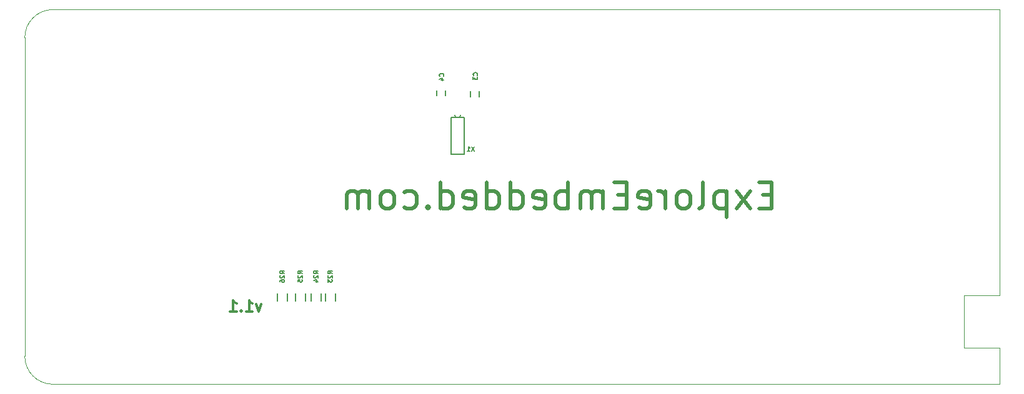
<source format=gbo>
G04 #@! TF.FileFunction,Legend,Bot*
%FSLAX46Y46*%
G04 Gerber Fmt 4.6, Leading zero omitted, Abs format (unit mm)*
G04 Created by KiCad (PCBNEW (2015-01-16 BZR 5376)-product) date 12-Jul-16 12:06:51 PM*
%MOMM*%
G01*
G04 APERTURE LIST*
%ADD10C,0.150000*%
%ADD11C,0.300000*%
%ADD12C,0.100000*%
%ADD13C,0.508000*%
G04 APERTURE END LIST*
D10*
D11*
X120951356Y-121217571D02*
X120594213Y-122217571D01*
X120237071Y-121217571D01*
X118879928Y-122217571D02*
X119737071Y-122217571D01*
X119308499Y-122217571D02*
X119308499Y-120717571D01*
X119451356Y-120931857D01*
X119594214Y-121074714D01*
X119737071Y-121146143D01*
X118237071Y-122074714D02*
X118165643Y-122146143D01*
X118237071Y-122217571D01*
X118308500Y-122146143D01*
X118237071Y-122074714D01*
X118237071Y-122217571D01*
X116737071Y-122217571D02*
X117594214Y-122217571D01*
X117165642Y-122217571D02*
X117165642Y-120717571D01*
X117308499Y-120931857D01*
X117451357Y-121074714D01*
X117594214Y-121146143D01*
D12*
X220980000Y-120015000D02*
X220980000Y-81280000D01*
X220980000Y-132080000D02*
X220980000Y-127127000D01*
X216154000Y-127127000D02*
X220980000Y-127127000D01*
X216154000Y-120015000D02*
X216154000Y-127127000D01*
X220980000Y-120015000D02*
X216154000Y-120015000D01*
D13*
X190076664Y-106426000D02*
X188891331Y-106426000D01*
X188383331Y-108288667D02*
X190076664Y-108288667D01*
X190076664Y-104732667D01*
X188383331Y-104732667D01*
X187197998Y-108288667D02*
X185335331Y-105918000D01*
X187197998Y-105918000D02*
X185335331Y-108288667D01*
X183980664Y-105918000D02*
X183980664Y-109474000D01*
X183980664Y-106087333D02*
X183641998Y-105918000D01*
X182964664Y-105918000D01*
X182625998Y-106087333D01*
X182456664Y-106256667D01*
X182287331Y-106595333D01*
X182287331Y-107611333D01*
X182456664Y-107950000D01*
X182625998Y-108119333D01*
X182964664Y-108288667D01*
X183641998Y-108288667D01*
X183980664Y-108119333D01*
X180255331Y-108288667D02*
X180593998Y-108119333D01*
X180763331Y-107780667D01*
X180763331Y-104732667D01*
X178392664Y-108288667D02*
X178731331Y-108119333D01*
X178900664Y-107950000D01*
X179069998Y-107611333D01*
X179069998Y-106595333D01*
X178900664Y-106256667D01*
X178731331Y-106087333D01*
X178392664Y-105918000D01*
X177884664Y-105918000D01*
X177545998Y-106087333D01*
X177376664Y-106256667D01*
X177207331Y-106595333D01*
X177207331Y-107611333D01*
X177376664Y-107950000D01*
X177545998Y-108119333D01*
X177884664Y-108288667D01*
X178392664Y-108288667D01*
X175683331Y-108288667D02*
X175683331Y-105918000D01*
X175683331Y-106595333D02*
X175513998Y-106256667D01*
X175344665Y-106087333D01*
X175005998Y-105918000D01*
X174667331Y-105918000D01*
X172127332Y-108119333D02*
X172465998Y-108288667D01*
X173143332Y-108288667D01*
X173481998Y-108119333D01*
X173651332Y-107780667D01*
X173651332Y-106426000D01*
X173481998Y-106087333D01*
X173143332Y-105918000D01*
X172465998Y-105918000D01*
X172127332Y-106087333D01*
X171957998Y-106426000D01*
X171957998Y-106764667D01*
X173651332Y-107103333D01*
X170433998Y-106426000D02*
X169248665Y-106426000D01*
X168740665Y-108288667D02*
X170433998Y-108288667D01*
X170433998Y-104732667D01*
X168740665Y-104732667D01*
X167216665Y-108288667D02*
X167216665Y-105918000D01*
X167216665Y-106256667D02*
X167047332Y-106087333D01*
X166708665Y-105918000D01*
X166200665Y-105918000D01*
X165861999Y-106087333D01*
X165692665Y-106426000D01*
X165692665Y-108288667D01*
X165692665Y-106426000D02*
X165523332Y-106087333D01*
X165184665Y-105918000D01*
X164676665Y-105918000D01*
X164337999Y-106087333D01*
X164168665Y-106426000D01*
X164168665Y-108288667D01*
X162475332Y-108288667D02*
X162475332Y-104732667D01*
X162475332Y-106087333D02*
X162136666Y-105918000D01*
X161459332Y-105918000D01*
X161120666Y-106087333D01*
X160951332Y-106256667D01*
X160781999Y-106595333D01*
X160781999Y-107611333D01*
X160951332Y-107950000D01*
X161120666Y-108119333D01*
X161459332Y-108288667D01*
X162136666Y-108288667D01*
X162475332Y-108119333D01*
X157903333Y-108119333D02*
X158241999Y-108288667D01*
X158919333Y-108288667D01*
X159257999Y-108119333D01*
X159427333Y-107780667D01*
X159427333Y-106426000D01*
X159257999Y-106087333D01*
X158919333Y-105918000D01*
X158241999Y-105918000D01*
X157903333Y-106087333D01*
X157733999Y-106426000D01*
X157733999Y-106764667D01*
X159427333Y-107103333D01*
X154685999Y-108288667D02*
X154685999Y-104732667D01*
X154685999Y-108119333D02*
X155024666Y-108288667D01*
X155701999Y-108288667D01*
X156040666Y-108119333D01*
X156209999Y-107950000D01*
X156379333Y-107611333D01*
X156379333Y-106595333D01*
X156209999Y-106256667D01*
X156040666Y-106087333D01*
X155701999Y-105918000D01*
X155024666Y-105918000D01*
X154685999Y-106087333D01*
X151468666Y-108288667D02*
X151468666Y-104732667D01*
X151468666Y-108119333D02*
X151807333Y-108288667D01*
X152484666Y-108288667D01*
X152823333Y-108119333D01*
X152992666Y-107950000D01*
X153162000Y-107611333D01*
X153162000Y-106595333D01*
X152992666Y-106256667D01*
X152823333Y-106087333D01*
X152484666Y-105918000D01*
X151807333Y-105918000D01*
X151468666Y-106087333D01*
X148420667Y-108119333D02*
X148759333Y-108288667D01*
X149436667Y-108288667D01*
X149775333Y-108119333D01*
X149944667Y-107780667D01*
X149944667Y-106426000D01*
X149775333Y-106087333D01*
X149436667Y-105918000D01*
X148759333Y-105918000D01*
X148420667Y-106087333D01*
X148251333Y-106426000D01*
X148251333Y-106764667D01*
X149944667Y-107103333D01*
X145203333Y-108288667D02*
X145203333Y-104732667D01*
X145203333Y-108119333D02*
X145542000Y-108288667D01*
X146219333Y-108288667D01*
X146558000Y-108119333D01*
X146727333Y-107950000D01*
X146896667Y-107611333D01*
X146896667Y-106595333D01*
X146727333Y-106256667D01*
X146558000Y-106087333D01*
X146219333Y-105918000D01*
X145542000Y-105918000D01*
X145203333Y-106087333D01*
X143510000Y-107950000D02*
X143340667Y-108119333D01*
X143510000Y-108288667D01*
X143679334Y-108119333D01*
X143510000Y-107950000D01*
X143510000Y-108288667D01*
X140292667Y-108119333D02*
X140631334Y-108288667D01*
X141308667Y-108288667D01*
X141647334Y-108119333D01*
X141816667Y-107950000D01*
X141986001Y-107611333D01*
X141986001Y-106595333D01*
X141816667Y-106256667D01*
X141647334Y-106087333D01*
X141308667Y-105918000D01*
X140631334Y-105918000D01*
X140292667Y-106087333D01*
X138260667Y-108288667D02*
X138599334Y-108119333D01*
X138768667Y-107950000D01*
X138938001Y-107611333D01*
X138938001Y-106595333D01*
X138768667Y-106256667D01*
X138599334Y-106087333D01*
X138260667Y-105918000D01*
X137752667Y-105918000D01*
X137414001Y-106087333D01*
X137244667Y-106256667D01*
X137075334Y-106595333D01*
X137075334Y-107611333D01*
X137244667Y-107950000D01*
X137414001Y-108119333D01*
X137752667Y-108288667D01*
X138260667Y-108288667D01*
X135551334Y-108288667D02*
X135551334Y-105918000D01*
X135551334Y-106256667D02*
X135382001Y-106087333D01*
X135043334Y-105918000D01*
X134535334Y-105918000D01*
X134196668Y-106087333D01*
X134027334Y-106426000D01*
X134027334Y-108288667D01*
X134027334Y-106426000D02*
X133858001Y-106087333D01*
X133519334Y-105918000D01*
X133011334Y-105918000D01*
X132672668Y-106087333D01*
X132503334Y-106426000D01*
X132503334Y-108288667D01*
D12*
X92710000Y-81280000D02*
X218440000Y-81280000D01*
X92710000Y-132080000D02*
X220980000Y-132080000D01*
X88900000Y-85090000D02*
X88900000Y-128270000D01*
X88900000Y-128270000D02*
G75*
G03X92710000Y-132080000I3810000J0D01*
G01*
X92710000Y-81280000D02*
G75*
G03X88900000Y-85090000I0J-3810000D01*
G01*
X218440000Y-81280000D02*
X220980000Y-81280000D01*
D10*
X147274280Y-95864680D02*
X147175220Y-95564960D01*
X147873720Y-95864680D02*
X147972780Y-95564960D01*
X148473160Y-95864680D02*
X148473160Y-100914200D01*
X148473160Y-100914200D02*
X146674840Y-100914200D01*
X146674840Y-100914200D02*
X146674840Y-95864680D01*
X148473160Y-95864680D02*
X146674840Y-95864680D01*
X150460000Y-93060000D02*
X150460000Y-92360000D01*
X149260000Y-92360000D02*
X149260000Y-93060000D01*
X145888000Y-92933000D02*
X145888000Y-92233000D01*
X144688000Y-92233000D02*
X144688000Y-92933000D01*
X129627000Y-119769000D02*
X129627000Y-120769000D01*
X130977000Y-120769000D02*
X130977000Y-119769000D01*
X127722000Y-119769000D02*
X127722000Y-120769000D01*
X129072000Y-120769000D02*
X129072000Y-119769000D01*
X125563000Y-119769000D02*
X125563000Y-120769000D01*
X126913000Y-120769000D02*
X126913000Y-119769000D01*
X123150000Y-119769000D02*
X123150000Y-120769000D01*
X124500000Y-120769000D02*
X124500000Y-119769000D01*
X149837715Y-99874429D02*
X149437715Y-100474429D01*
X149437715Y-99874429D02*
X149837715Y-100474429D01*
X148894857Y-100474429D02*
X149237714Y-100474429D01*
X149066286Y-100474429D02*
X149066286Y-99874429D01*
X149123429Y-99960143D01*
X149180571Y-100017286D01*
X149237714Y-100045857D01*
X150201286Y-90197000D02*
X150229857Y-90168429D01*
X150258429Y-90082715D01*
X150258429Y-90025572D01*
X150229857Y-89939857D01*
X150172714Y-89882715D01*
X150115571Y-89854143D01*
X150001286Y-89825572D01*
X149915571Y-89825572D01*
X149801286Y-89854143D01*
X149744143Y-89882715D01*
X149687000Y-89939857D01*
X149658429Y-90025572D01*
X149658429Y-90082715D01*
X149687000Y-90168429D01*
X149715571Y-90197000D01*
X149658429Y-90397000D02*
X149658429Y-90768429D01*
X149887000Y-90568429D01*
X149887000Y-90654143D01*
X149915571Y-90711286D01*
X149944143Y-90739857D01*
X150001286Y-90768429D01*
X150144143Y-90768429D01*
X150201286Y-90739857D01*
X150229857Y-90711286D01*
X150258429Y-90654143D01*
X150258429Y-90482715D01*
X150229857Y-90425572D01*
X150201286Y-90397000D01*
X145629286Y-90324000D02*
X145657857Y-90295429D01*
X145686429Y-90209715D01*
X145686429Y-90152572D01*
X145657857Y-90066857D01*
X145600714Y-90009715D01*
X145543571Y-89981143D01*
X145429286Y-89952572D01*
X145343571Y-89952572D01*
X145229286Y-89981143D01*
X145172143Y-90009715D01*
X145115000Y-90066857D01*
X145086429Y-90152572D01*
X145086429Y-90209715D01*
X145115000Y-90295429D01*
X145143571Y-90324000D01*
X145286429Y-90838286D02*
X145686429Y-90838286D01*
X145057857Y-90695429D02*
X145486429Y-90552572D01*
X145486429Y-90924000D01*
X130573429Y-117089285D02*
X130287714Y-116889285D01*
X130573429Y-116746428D02*
X129973429Y-116746428D01*
X129973429Y-116975000D01*
X130002000Y-117032142D01*
X130030571Y-117060714D01*
X130087714Y-117089285D01*
X130173429Y-117089285D01*
X130230571Y-117060714D01*
X130259143Y-117032142D01*
X130287714Y-116975000D01*
X130287714Y-116746428D01*
X130030571Y-117317857D02*
X130002000Y-117346428D01*
X129973429Y-117403571D01*
X129973429Y-117546428D01*
X130002000Y-117603571D01*
X130030571Y-117632142D01*
X130087714Y-117660714D01*
X130144857Y-117660714D01*
X130230571Y-117632142D01*
X130573429Y-117289285D01*
X130573429Y-117660714D01*
X129973429Y-117860714D02*
X129973429Y-118232143D01*
X130202000Y-118032143D01*
X130202000Y-118117857D01*
X130230571Y-118175000D01*
X130259143Y-118203571D01*
X130316286Y-118232143D01*
X130459143Y-118232143D01*
X130516286Y-118203571D01*
X130544857Y-118175000D01*
X130573429Y-118117857D01*
X130573429Y-117946429D01*
X130544857Y-117889286D01*
X130516286Y-117860714D01*
X128668429Y-117089285D02*
X128382714Y-116889285D01*
X128668429Y-116746428D02*
X128068429Y-116746428D01*
X128068429Y-116975000D01*
X128097000Y-117032142D01*
X128125571Y-117060714D01*
X128182714Y-117089285D01*
X128268429Y-117089285D01*
X128325571Y-117060714D01*
X128354143Y-117032142D01*
X128382714Y-116975000D01*
X128382714Y-116746428D01*
X128125571Y-117317857D02*
X128097000Y-117346428D01*
X128068429Y-117403571D01*
X128068429Y-117546428D01*
X128097000Y-117603571D01*
X128125571Y-117632142D01*
X128182714Y-117660714D01*
X128239857Y-117660714D01*
X128325571Y-117632142D01*
X128668429Y-117289285D01*
X128668429Y-117660714D01*
X128268429Y-118175000D02*
X128668429Y-118175000D01*
X128039857Y-118032143D02*
X128468429Y-117889286D01*
X128468429Y-118260714D01*
X126509429Y-117089285D02*
X126223714Y-116889285D01*
X126509429Y-116746428D02*
X125909429Y-116746428D01*
X125909429Y-116975000D01*
X125938000Y-117032142D01*
X125966571Y-117060714D01*
X126023714Y-117089285D01*
X126109429Y-117089285D01*
X126166571Y-117060714D01*
X126195143Y-117032142D01*
X126223714Y-116975000D01*
X126223714Y-116746428D01*
X125966571Y-117317857D02*
X125938000Y-117346428D01*
X125909429Y-117403571D01*
X125909429Y-117546428D01*
X125938000Y-117603571D01*
X125966571Y-117632142D01*
X126023714Y-117660714D01*
X126080857Y-117660714D01*
X126166571Y-117632142D01*
X126509429Y-117289285D01*
X126509429Y-117660714D01*
X125909429Y-118203571D02*
X125909429Y-117917857D01*
X126195143Y-117889286D01*
X126166571Y-117917857D01*
X126138000Y-117975000D01*
X126138000Y-118117857D01*
X126166571Y-118175000D01*
X126195143Y-118203571D01*
X126252286Y-118232143D01*
X126395143Y-118232143D01*
X126452286Y-118203571D01*
X126480857Y-118175000D01*
X126509429Y-118117857D01*
X126509429Y-117975000D01*
X126480857Y-117917857D01*
X126452286Y-117889286D01*
X124096429Y-117089285D02*
X123810714Y-116889285D01*
X124096429Y-116746428D02*
X123496429Y-116746428D01*
X123496429Y-116975000D01*
X123525000Y-117032142D01*
X123553571Y-117060714D01*
X123610714Y-117089285D01*
X123696429Y-117089285D01*
X123753571Y-117060714D01*
X123782143Y-117032142D01*
X123810714Y-116975000D01*
X123810714Y-116746428D01*
X123553571Y-117317857D02*
X123525000Y-117346428D01*
X123496429Y-117403571D01*
X123496429Y-117546428D01*
X123525000Y-117603571D01*
X123553571Y-117632142D01*
X123610714Y-117660714D01*
X123667857Y-117660714D01*
X123753571Y-117632142D01*
X124096429Y-117289285D01*
X124096429Y-117660714D01*
X123496429Y-118175000D02*
X123496429Y-118060714D01*
X123525000Y-118003571D01*
X123553571Y-117975000D01*
X123639286Y-117917857D01*
X123753571Y-117889286D01*
X123982143Y-117889286D01*
X124039286Y-117917857D01*
X124067857Y-117946429D01*
X124096429Y-118003571D01*
X124096429Y-118117857D01*
X124067857Y-118175000D01*
X124039286Y-118203571D01*
X123982143Y-118232143D01*
X123839286Y-118232143D01*
X123782143Y-118203571D01*
X123753571Y-118175000D01*
X123725000Y-118117857D01*
X123725000Y-118003571D01*
X123753571Y-117946429D01*
X123782143Y-117917857D01*
X123839286Y-117889286D01*
M02*

</source>
